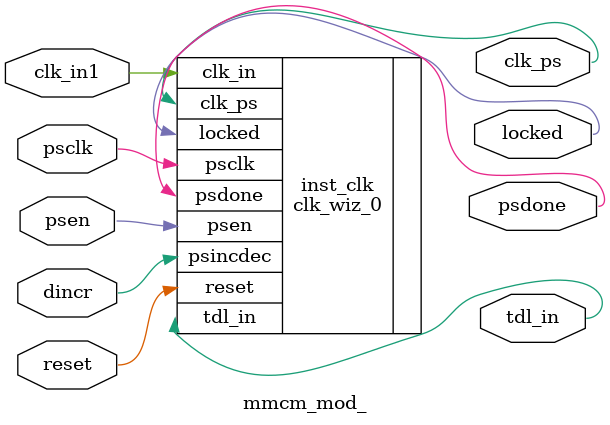
<source format=v>
`timescale 1ns / 1ps

module mmcm_mod_ (

    output tdl_in,     // output clk_out1
    output clk_ps,     // output clk_ps
    // Dynamic phase shift ports
    input psclk, // input psclk
    input psen, // input psen
    input dincr,     // input psincdec
    output psdone,       // output psdone
    // Status and control signals
    input reset, // input reset
    output locked,       // output locked
   // Clock in ports
    input clk_in1     // input clk_in1
);



//----------- Begin Cut here for INSTANTIATION Template ---// INST_TAG

  clk_wiz_0 inst_clk
   (
    // Clock out ports
    .tdl_in(tdl_in),     // output tdl_in
    .clk_ps(clk_ps),     // output clk_ps
    // Dynamic phase shift ports
    .psclk(psclk), // input psclk
    .psen(psen), // input psen
    .psincdec(dincr),     // input psincdec
    .psdone(psdone),       // output psdone
    // Status and control signals
    .reset(reset), // input reset
    .locked(locked),       // output locked
   // Clock in ports
    .clk_in(clk_in1)      // input clk_in
);

// INST_TAG_END ------ End INSTANTIATION Template ---------


////----------- Begin Cut here for INSTANTIATION Template ---// INST_TAG

//  clk_wiz_0 clk_wiz_0_inst
//   (
//    // Clock out ports
//    .tdl_in(tdl_in),     // output tdl_in
//    .clk_ps(clk_ps),     // output clk_ps
//    // Dynamic phase shift ports
//    .psclk(psclk), // input psclk
//    .psen(psen), // input psen
//    .psincdec(dincr),     // input psincdec
//    .psdone(psdone),       // output psdone
//    // Status and control signals
//    .reset(reset), // input reset
//    .locked(locked),       // output locked
//   // Clock in ports
//    .clk_in1(clk_in1)      // input clk_in1
//);

//// INST_TAG_END ------ End INSTANTIATION Template ---------


endmodule
</source>
